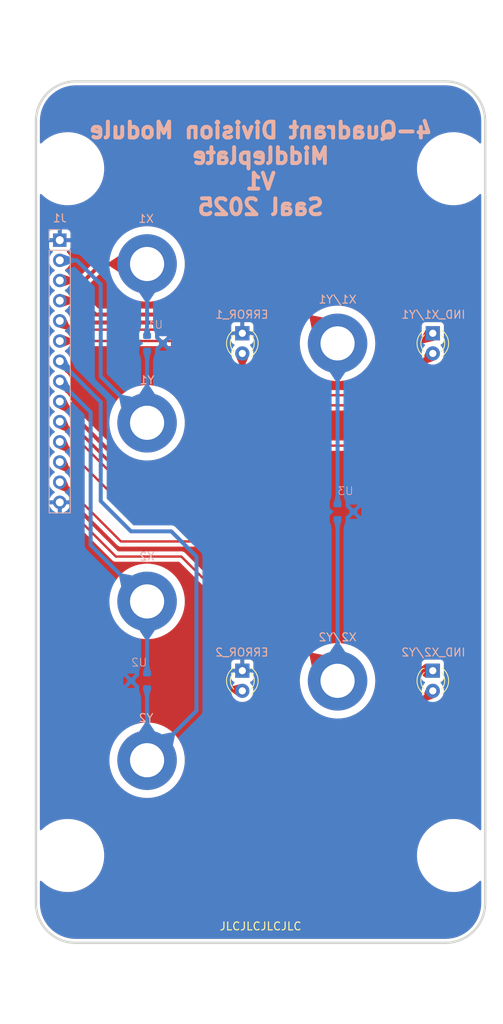
<source format=kicad_pcb>
(kicad_pcb (version 20240108) (generator "pcbnew") (generator_version "8.0")
  (layers (0 "F.Cu" signal) (31 "B.Cu" signal) (34 "B.Paste" user) (35 "F.Paste" user) (36 "B.SilkS" user "B.Silkscreen") (37 "F.SilkS" user "F.Silkscreen") (38 "B.Mask" user) (39 "F.Mask" user) (44 "Edge.Cuts" user))
  (net 0 "")
  (net 1 "X1{slash}Y1_LED_2")
  (net 2 "X1{slash}Y1_LED_1")
  (net 3 "GND")
  (net 4 "ERROR_1")
  (net 5 "X2{slash}Y2_LED_2")
  (net 6 "X2{slash}Y2_LED_1")
  (net 7 "ERROR_2")
  (net 8 "X1")
  (net 9 "Y1")
  (net 10 "X1{slash}Y1_OUT")
  (net 11 "X2")
  (net 12 "Y2")
  (net 13 "X2{slash}Y2_OUT")
  (footprint "MountingHole:MountingHole_4.3mm_M4_DIN965_Pad" (layer "F.Cu") (at 66.8 103.8)
    (property "Reference" "H3" (hide yes))
    (property "Value" "Y1" (at 0 -5.375 0) (layer "B.SilkS") (effects (justify mirror)))
    (pad "1" thru_hole circle (at 0 0) (size 7.5 7.5) (drill 4.3) (layers "*.Cu" "*.Mask") (net 9 "Y1"))
  )
  (footprint "MountingHole:MountingHole_4.3mm_M4_DIN965_Pad" (layer "F.Cu") (at 90.8 93.8)
    (property "Reference" "H4" (hide yes))
    (property "Value" "X1/Y1" (at 0 -5.535 0) (layer "B.SilkS") (effects (justify mirror)))
    (pad "1" thru_hole circle (at 0 0) (size 7.5 7.5) (drill 4.3) (layers "*.Cu" "*.Mask") (net 10 "X1{slash}Y1_OUT"))
  )
  (footprint "LED_THT:LED_D3.0mm_FlatTop" (layer "F.Cu") (at 78.8 92.525 -90)
    (property "Reference" "D2" (hide yes))
    (property "Value" "ERROR_1" (at -2.355 0.06 180) (layer "B.SilkS") (effects (justify mirror)))
    (fp_line (start -0.29 1.08) (end -0.29 1.236) (stroke (width 0.12)) (layer "F.SilkS"))
    (fp_line (start -0.29 -1.236) (end -0.29 -1.08) (stroke (width 0.12)) (layer "F.SilkS"))
    (fp_arc (start 2.31113 1.079837) (mid 1.270117 1.5) (end 0.229039 1.08) (stroke (width 0.12)) (layer "F.SilkS"))
    (fp_arc (start 2.942335 1.078608) (mid 1.366487 1.987659) (end -0.29 1.235516) (stroke (width 0.12)) (layer "F.SilkS"))
    (fp_arc (start 0.229039 -1.08) (mid 1.270117 -1.5) (end 2.31113 -1.079837) (stroke (width 0.12)) (layer "F.SilkS"))
    (fp_arc (start -0.29 -1.235516) (mid 1.366487 -1.987659) (end 2.942335 -1.078608) (stroke (width 0.12)) (layer "F.SilkS"))
    (pad "1" thru_hole rect (at 0 0 270) (size 1.8 1.8) (drill 0.9) (layers "*.Cu" "*.Mask") (net 3 "GND"))
    (pad "2" thru_hole circle (at 2.54 0 270) (size 1.8 1.8) (drill 0.9) (layers "*.Cu" "*.Mask") (net 4 "ERROR_1"))
  )
  (footprint "MountingHole:MountingHole_4.3mm_M4_DIN965_Pad" (layer "F.Cu") (at 90.8 136.3)
    (property "Reference" "H9" (hide yes))
    (property "Value" "X2/Y2" (at 0 -5.49 0) (layer "B.SilkS") (effects (justify mirror)))
    (pad "1" thru_hole circle (at 0 0) (size 7.5 7.5) (drill 4.3) (layers "*.Cu" "*.Mask") (net 13 "X2{slash}Y2_OUT"))
  )
  (footprint "MountingHole:MountingHole_3.2mm_M3_DIN965" (layer "F.Cu") (at 105.4 158.3)
    (property "Reference" "H10" (hide yes))
    (property "Value" "Circuit Mount")
    (pad "" np_thru_hole circle (at 0 0) (size 3.2 3.2) (drill 3.2) (layers "*.Cu" "*.Mask"))
  )
  (footprint "MountingHole:MountingHole_4.3mm_M4_DIN965_Pad" (layer "F.Cu") (at 66.8 146.3)
    (property "Reference" "H8" (hide yes))
    (property "Value" "Y2" (at -0.125 -5.33 0) (layer "B.SilkS") (effects (justify mirror)))
    (pad "1" thru_hole circle (at 0 0) (size 7.5 7.5) (drill 4.3) (layers "*.Cu" "*.Mask") (net 12 "Y2"))
  )
  (footprint "MountingHole:MountingHole_3.2mm_M3_DIN965" (layer "F.Cu") (at 56.8 71.8)
    (property "Reference" "H1" (hide yes))
    (property "Value" "Circuit Mount")
    (pad "" np_thru_hole circle (at 0 0) (size 3.2 3.2) (drill 3.2) (layers "*.Cu" "*.Mask"))
  )
  (footprint "LED_THT:LED_D3.0mm_FlatTop" (layer "F.Cu") (at 102.8 135.025 -90)
    (property "Reference" "D3" (hide yes))
    (property "Value" "IND_X2/Y2" (at -2.31 -0.07 180) (layer "B.SilkS") (effects (justify mirror)))
    (fp_line (start -0.29 1.08) (end -0.29 1.236) (stroke (width 0.12)) (layer "F.SilkS"))
    (fp_line (start -0.29 -1.236) (end -0.29 -1.08) (stroke (width 0.12)) (layer "F.SilkS"))
    (fp_arc (start 2.31113 1.079837) (mid 1.270117 1.5) (end 0.229039 1.08) (stroke (width 0.12)) (layer "F.SilkS"))
    (fp_arc (start 2.942335 1.078608) (mid 1.366487 1.987659) (end -0.29 1.235516) (stroke (width 0.12)) (layer "F.SilkS"))
    (fp_arc (start 0.229039 -1.08) (mid 1.270117 -1.5) (end 2.31113 -1.079837) (stroke (width 0.12)) (layer "F.SilkS"))
    (fp_arc (start -0.29 -1.235516) (mid 1.366487 -1.987659) (end 2.942335 -1.078608) (stroke (width 0.12)) (layer "F.SilkS"))
    (pad "1" thru_hole rect (at 0 0 270) (size 1.8 1.8) (drill 0.9) (layers "*.Cu" "*.Mask") (net 6 "X2{slash}Y2_LED_1"))
    (pad "2" thru_hole circle (at 2.54 0 270) (size 1.8 1.8) (drill 0.9) (layers "*.Cu" "*.Mask") (net 5 "X2{slash}Y2_LED_2"))
  )
  (footprint "LED_THT:LED_D3.0mm_FlatTop" (layer "F.Cu") (at 78.8 135.025 -90)
    (property "Reference" "D4" (hide yes))
    (property "Value" "ERROR_2" (at -2.31 0.06 180) (layer "B.SilkS") (effects (justify mirror)))
    (fp_line (start -0.29 1.08) (end -0.29 1.236) (stroke (width 0.12)) (layer "F.SilkS"))
    (fp_line (start -0.29 -1.236) (end -0.29 -1.08) (stroke (width 0.12)) (layer "F.SilkS"))
    (fp_arc (start 2.31113 1.079837) (mid 1.270117 1.5) (end 0.229039 1.08) (stroke (width 0.12)) (layer "F.SilkS"))
    (fp_arc (start 2.942335 1.078608) (mid 1.366487 1.987659) (end -0.29 1.235516) (stroke (width 0.12)) (layer "F.SilkS"))
    (fp_arc (start 0.229039 -1.08) (mid 1.270117 -1.5) (end 2.31113 -1.079837) (stroke (width 0.12)) (layer "F.SilkS"))
    (fp_arc (start -0.29 -1.235516) (mid 1.366487 -1.987659) (end 2.942335 -1.078608) (stroke (width 0.12)) (layer "F.SilkS"))
    (pad "1" thru_hole rect (at 0 0 270) (size 1.8 1.8) (drill 0.9) (layers "*.Cu" "*.Mask") (net 3 "GND"))
    (pad "2" thru_hole circle (at 2.54 0 270) (size 1.8 1.8) (drill 0.9) (layers "*.Cu" "*.Mask") (net 7 "ERROR_2"))
  )
  (footprint "MountingHole:MountingHole_3.2mm_M3_DIN965" (layer "F.Cu") (at 105.4 71.8)
    (property "Reference" "H5" (hide yes))
    (property "Value" "Circuit Mount")
    (pad "" np_thru_hole circle (at 0 0) (size 3.2 3.2) (drill 3.2) (layers "*.Cu" "*.Mask"))
  )
  (footprint "LED_THT:LED_D3.0mm_FlatTop" (layer "F.Cu") (at 102.8 92.525 -90)
    (property "Reference" "D1" (hide yes))
    (property "Value" "IND_X1/Y1" (at -2.355 -0.07 180) (layer "B.SilkS") (effects (justify mirror)))
    (fp_line (start -0.29 1.08) (end -0.29 1.236) (stroke (width 0.12)) (layer "F.SilkS"))
    (fp_line (start -0.29 -1.236) (end -0.29 -1.08) (stroke (width 0.12)) (layer "F.SilkS"))
    (fp_arc (start 2.31113 1.079837) (mid 1.270117 1.5) (end 0.229039 1.08) (stroke (width 0.12)) (layer "F.SilkS"))
    (fp_arc (start 2.942335 1.078608) (mid 1.366487 1.987659) (end -0.29 1.235516) (stroke (width 0.12)) (layer "F.SilkS"))
    (fp_arc (start 0.229039 -1.08) (mid 1.270117 -1.5) (end 2.31113 -1.079837) (stroke (width 0.12)) (layer "F.SilkS"))
    (fp_arc (start -0.29 -1.235516) (mid 1.366487 -1.987659) (end 2.942335 -1.078608) (stroke (width 0.12)) (layer "F.SilkS"))
    (pad "1" thru_hole rect (at 0 0 270) (size 1.8 1.8) (drill 0.9) (layers "*.Cu" "*.Mask") (net 2 "X1{slash}Y1_LED_1"))
    (pad "2" thru_hole circle (at 2.54 0 270) (size 1.8 1.8) (drill 0.9) (layers "*.Cu" "*.Mask") (net 1 "X1{slash}Y1_LED_2"))
  )
  (footprint "MountingHole:MountingHole_3.2mm_M3_DIN965" (layer "F.Cu") (at 56.8 158.3)
    (property "Reference" "H6" (hide yes))
    (property "Value" "Circuit Mount")
    (pad "" np_thru_hole circle (at 0 0) (size 3.2 3.2) (drill 3.2) (layers "*.Cu" "*.Mask"))
  )
  (footprint "MountingHole:MountingHole_4.3mm_M4_DIN965_Pad" (layer "F.Cu") (at 66.8 126.3)
    (property "Reference" "H7" (hide yes))
    (property "Value" "X2" (at 0 -5.65 0) (layer "B.SilkS") (effects (justify mirror)))
    (pad "1" thru_hole circle (at 0 0) (size 7.5 7.5) (drill 4.3) (layers "*.Cu" "*.Mask") (net 11 "X2"))
  )
  (footprint "MountingHole:MountingHole_4.3mm_M4_DIN965_Pad" (layer "B.Cu") (at 66.8 83.8 180)
    (property "Reference" "H2" (hide yes))
    (property "Value" "X1" (at 0.125 5.695 0) (layer "B.SilkS") (effects (justify mirror)))
    (pad "1" thru_hole circle (at 0 0 180) (size 7.5 7.5) (drill 4.3) (layers "*.Cu" "*.Mask") (net 8 "X1"))
  )
  (footprint "analog_computing:VCAN16A2-03S-E3-08" (layer "B.Cu") (at 91.8 115)
    (property "Reference" "U3" (at 0 -2.605 0) (layer "B.SilkS") (effects (font (thickness 0.1)) (justify mirror)))
    (property "Value" "~" (hide yes))
    (pad "1" smd roundrect (at -1 0.95) (size 1 0.8) (layers "B.Cu" "B.Paste" "B.Mask") (net 13 "X2{slash}Y2_OUT"))
    (pad "2" smd roundrect (at -1 -0.95) (size 1 0.8) (layers "B.Cu" "B.Paste" "B.Mask") (net 10 "X1{slash}Y1_OUT"))
    (pad "3" smd roundrect (at 1 0) (size 1 0.8) (layers "B.Cu" "B.Paste" "B.Mask") (net 3 "GND"))
  )
  (footprint "analog_computing:VCAN16A2-03S-E3-08" (layer "B.Cu") (at 67.8 93.8)
    (property "Reference" "U1" (at 0 -2.36 0) (layer "B.SilkS") (effects (font (thickness 0.1)) (justify mirror)))
    (property "Value" "~" (hide yes))
    (pad "1" smd roundrect (at -1 0.95) (size 1 0.8) (layers "B.Cu" "B.Paste" "B.Mask") (net 9 "Y1"))
    (pad "2" smd roundrect (at -1 -0.95) (size 1 0.8) (layers "B.Cu" "B.Paste" "B.Mask") (net 8 "X1"))
    (pad "3" smd roundrect (at 1 0) (size 1 0.8) (layers "B.Cu" "B.Paste" "B.Mask") (net 3 "GND"))
  )
  (footprint "Connector_PinSocket_2.54mm:PinSocket_1x14_P2.54mm_Vertical" (layer "B.Cu") (at 55.8 80.8 180)
    (property "Reference" "J1" (at 0 2.77 0) (layer "B.SilkS") (effects (justify mirror)))
    (property "Value" "Conn_01x14_Socket")
    (fp_line (start 1.33 1.33) (end 0 1.33) (stroke (width 0.12)) (layer "B.SilkS"))
    (fp_line (start 1.33 0) (end 1.33 1.33) (stroke (width 0.12)) (layer "B.SilkS"))
    (fp_line (start 1.33 -1.27) (end -1.33 -1.27) (stroke (width 0.12)) (layer "B.SilkS"))
    (fp_line (start 1.33 -34.35) (end 1.33 -1.27) (stroke (width 0.12)) (layer "B.SilkS"))
    (fp_line (start 1.33 -34.35) (end -1.33 -34.35) (stroke (width 0.12)) (layer "B.SilkS"))
    (fp_line (start -1.33 -34.35) (end -1.33 -1.27) (stroke (width 0.12)) (layer "B.SilkS"))
    (pad "1" thru_hole rect (at 0 0 180) (size 1.7 1.7) (drill 1) (layers "*.Cu" "*.Mask") (net 3 "GND"))
    (pad "2" thru_hole oval (at 0 -2.54 180) (size 1.7 1.7) (drill 1) (layers "*.Cu" "*.Mask") (net 9 "Y1"))
    (pad "3" thru_hole oval (at 0 -5.08 180) (size 1.7 1.7) (drill 1) (layers "*.Cu" "*.Mask") (net 8 "X1"))
    (pad "4" thru_hole oval (at 0 -7.62 180) (size 1.7 1.7) (drill 1) (layers "*.Cu" "*.Mask") (net 10 "X1{slash}Y1_OUT"))
    (pad "5" thru_hole oval (at 0 -10.16 180) (size 1.7 1.7) (drill 1) (layers "*.Cu" "*.Mask") (net 2 "X1{slash}Y1_LED_1"))
    (pad "6" thru_hole oval (at 0 -12.7 180) (size 1.7 1.7) (drill 1) (layers "*.Cu" "*.Mask") (net 1 "X1{slash}Y1_LED_2"))
    (pad "7" thru_hole oval (at 0 -15.24 180) (size 1.7 1.7) (drill 1) (layers "*.Cu" "*.Mask") (net 12 "Y2"))
    (pad "8" thru_hole oval (at 0 -17.78 180) (size 1.7 1.7) (drill 1) (layers "*.Cu" "*.Mask") (net 11 "X2"))
    (pad "9" thru_hole oval (at 0 -20.32 180) (size 1.7 1.7) (drill 1) (layers "*.Cu" "*.Mask") (net 13 "X2{slash}Y2_OUT"))
    (pad "10" thru_hole oval (at 0 -22.86 180) (size 1.7 1.7) (drill 1) (layers "*.Cu" "*.Mask") (net 6 "X2{slash}Y2_LED_1"))
    (pad "11" thru_hole oval (at 0 -25.4 180) (size 1.7 1.7) (drill 1) (layers "*.Cu" "*.Mask") (net 5 "X2{slash}Y2_LED_2"))
    (pad "12" thru_hole oval (at 0 -27.94 180) (size 1.7 1.7) (drill 1) (layers "*.Cu" "*.Mask") (net 4 "ERROR_1"))
    (pad "13" thru_hole oval (at 0 -30.48 180) (size 1.7 1.7) (drill 1) (layers "*.Cu" "*.Mask") (net 7 "ERROR_2"))
    (pad "14" thru_hole oval (at 0 -33.02 180) (size 1.7 1.7) (drill 1) (layers "*.Cu" "*.Mask") (net 3 "GND"))
  )
  (footprint "analog_computing:VCAN16A2-03S-E3-08" (layer "B.Cu") (at 65.8 136.3 180)
    (property "Reference" "U2" (at 0 2.315 0) (layer "B.SilkS") (effects (font (thickness 0.1)) (justify mirror)))
    (property "Value" "~" (hide yes))
    (pad "1" smd roundrect (at -1 0.95 180) (size 1 0.8) (layers "B.Cu" "B.Paste" "B.Mask") (net 11 "X2"))
    (pad "2" smd roundrect (at -1 -0.95 180) (size 1 0.8) (layers "B.Cu" "B.Paste" "B.Mask") (net 12 "Y2"))
    (pad "3" smd roundrect (at 1 0 180) (size 1 0.8) (layers "B.Cu" "B.Paste" "B.Mask") (net 3 "GND"))
  )
  (gr_line (start 104.4 169.3) (end 57.8 169.3) (stroke (width 0.3)) (layer "Edge.Cuts"))
  (gr_arc (start 104.4 60.8) (mid 107.935534 62.264466) (end 109.4 65.8) (stroke (width 0.3)) (layer "Edge.Cuts"))
  (gr_line (start 52.8 164.3) (end 52.8 65.8) (stroke (width 0.3)) (layer "Edge.Cuts"))
  (gr_arc (start 52.8 65.8) (mid 54.264466 62.264466) (end 57.8 60.8) (stroke (width 0.3)) (layer "Edge.Cuts"))
  (gr_line (start 109.4 65.8) (end 109.4 164.3) (stroke (width 0.3)) (layer "Edge.Cuts"))
  (gr_arc (start 57.8 169.3) (mid 54.264466 167.835534) (end 52.8 164.3) (stroke (width 0.3)) (layer "Edge.Cuts"))
  (gr_line (start 57.8 60.8) (end 104.4 60.8) (stroke (width 0.3)) (layer "Edge.Cuts"))
  (gr_arc (start 109.4 164.3) (mid 107.935534 167.835534) (end 104.4 169.3) (stroke (width 0.3)) (layer "Edge.Cuts"))
  (gr_text "4-Quadrant Division Module\nMiddleplate\nV1\nSaal 2025" (at 81.1 65.8 0) (layer "B.SilkS") (effects (font (size 2 2) (thickness 0.5) (bold yes)) (justify top mirror)))
  (gr_text "JLCJLCJLCJLC" (at 81.1 167.8 0) (layer "F.SilkS") (effects (font (size 1 1)) (justify bottom)))
  (segment (start 83.82 92.71) (end 81.28 90.17) (width 0.3) (layer "F.Cu") (net 1))
  (segment (start 86.36 101.6) (end 83.82 99.06) (width 0.3) (layer "F.Cu") (net 1))
  (segment (start 74.14 93.5) (end 55.8 93.5) (width 0.3) (layer "F.Cu") (net 1))
  (segment (start 81.28 90.17) (end 77.47 90.17) (width 0.3) (layer "F.Cu") (net 1))
  (segment (start 102.8 95.065) (end 96.265 101.6) (width 0.3) (layer "F.Cu") (net 1))
  (segment (start 77.47 90.17) (end 74.14 93.5) (width 0.3) (layer "F.Cu") (net 1))
  (segment (start 96.265 101.6) (end 86.36 101.6) (width 0.3) (layer "F.Cu") (net 1))
  (segment (start 83.82 99.06) (end 83.82 92.71) (width 0.3) (layer "F.Cu") (net 1))
  (segment (start 55.8 90.96) (end 56.915 92.075) (width 0.3) (layer "F.Cu") (net 2))
  (segment (start 86.995 100.33) (end 94.615 100.33) (width 0.3) (layer "F.Cu") (net 2))
  (segment (start 85.09 91.44) (end 85.09 98.425) (width 0.3) (layer "F.Cu") (net 2))
  (segment (start 102.42 92.525) (end 102.8 92.525) (width 0.3) (layer "F.Cu") (net 2))
  (segment (start 85.09 98.425) (end 86.995 100.33) (width 0.3) (layer "F.Cu") (net 2))
  (segment (start 94.615 100.33) (end 102.42 92.525) (width 0.3) (layer "F.Cu") (net 2))
  (segment (start 73.66 92.075) (end 76.835 88.9) (width 0.3) (layer "F.Cu") (net 2))
  (segment (start 82.55 88.9) (end 85.09 91.44) (width 0.3) (layer "F.Cu") (net 2))
  (segment (start 76.835 88.9) (end 82.55 88.9) (width 0.3) (layer "F.Cu") (net 2))
  (segment (start 56.915 92.075) (end 73.66 92.075) (width 0.3) (layer "F.Cu") (net 2))
  (segment (start 86.995 147.32) (end 99.06 147.32) (width 0.3) (layer "F.Cu") (net 4))
  (segment (start 81.28 141.605) (end 86.995 147.32) (width 0.3) (layer "F.Cu") (net 4))
  (segment (start 58.42 111.36) (end 58.42 113.665) (width 0.3) (layer "F.Cu") (net 4))
  (segment (start 55.8 108.74) (end 58.42 111.36) (width 0.3) (layer "F.Cu") (net 4))
  (segment (start 99.06 147.32) (end 106.045 140.335) (width 0.3) (layer "F.Cu") (net 4))
  (segment (start 78.74 131.445) (end 81.28 133.985) (width 0.3) (layer "F.Cu") (net 4))
  (segment (start 81.28 133.985) (end 81.28 141.605) (width 0.3) (layer "F.Cu") (net 4))
  (segment (start 78.8 100.39) (end 78.8 95.065) (width 0.3) (layer "F.Cu") (net 4))
  (segment (start 106.045 140.335) (end 106.045 109.855) (width 0.3) (layer "F.Cu") (net 4))
  (segment (start 78.74 123.825) (end 78.74 131.445) (width 0.3) (layer "F.Cu") (net 4))
  (segment (start 102.87 106.68) (end 85.09 106.68) (width 0.3) (layer "F.Cu") (net 4))
  (segment (start 106.045 109.855) (end 102.87 106.68) (width 0.3) (layer "F.Cu") (net 4))
  (segment (start 73.66 118.745) (end 78.74 123.825) (width 0.3) (layer "F.Cu") (net 4))
  (segment (start 58.42 113.665) (end 63.5 118.745) (width 0.3) (layer "F.Cu") (net 4))
  (segment (start 85.09 106.68) (end 78.8 100.39) (width 0.3) (layer "F.Cu") (net 4))
  (segment (start 63.5 118.745) (end 73.66 118.745) (width 0.3) (layer "F.Cu") (net 4))
  (segment (start 55.8 106.2) (end 64.97 115.37) (width 0.3) (layer "F.Cu") (net 5))
  (segment (start 86.995 144.78) (end 95.585 144.78) (width 0.3) (layer "F.Cu") (net 5))
  (segment (start 95.585 144.78) (end 102.8 137.565) (width 0.3) (layer "F.Cu") (net 5))
  (segment (start 80.645 123.19) (end 80.645 131.045) (width 0.3) (layer "F.Cu") (net 5))
  (segment (start 64.97 115.37) (end 72.825 115.37) (width 0.3) (layer "F.Cu") (net 5))
  (segment (start 72.825 115.37) (end 80.645 123.19) (width 0.3) (layer "F.Cu") (net 5))
  (segment (start 82.55 132.95) (end 82.55 140.335) (width 0.3) (layer "F.Cu") (net 5))
  (segment (start 80.645 131.045) (end 82.55 132.95) (width 0.3) (layer "F.Cu") (net 5))
  (segment (start 82.55 140.335) (end 86.995 144.78) (width 0.3) (layer "F.Cu") (net 5))
  (segment (start 84.455 140.335) (end 86.995 142.875) (width 0.3) (layer "F.Cu") (net 6))
  (segment (start 84.455 132.315) (end 84.455 140.335) (width 0.3) (layer "F.Cu") (net 6))
  (segment (start 97.155 137.16) (end 99.29 135.025) (width 0.3) (layer "F.Cu") (net 6))
  (segment (start 86.995 142.875) (end 93.98 142.875) (width 0.3) (layer "F.Cu") (net 6))
  (segment (start 65.17 113.03) (end 73.025 113.03) (width 0.3) (layer "F.Cu") (net 6))
  (segment (start 55.8 103.66) (end 65.17 113.03) (width 0.3) (layer "F.Cu") (net 6))
  (segment (start 99.29 135.025) (end 102.8 135.025) (width 0.3) (layer "F.Cu") (net 6))
  (segment (start 82.55 122.555) (end 82.55 130.41) (width 0.3) (layer "F.Cu") (net 6))
  (segment (start 82.55 130.41) (end 84.455 132.315) (width 0.3) (layer "F.Cu") (net 6))
  (segment (start 73.025 113.03) (end 82.55 122.555) (width 0.3) (layer "F.Cu") (net 6))
  (segment (start 93.98 142.875) (end 97.155 139.7) (width 0.3) (layer "F.Cu") (net 6))
  (segment (start 97.155 139.7) (end 97.155 137.16) (width 0.3) (layer "F.Cu") (net 6))
  (segment (start 76.2 125.73) (end 76.2 136.295) (width 0.3) (layer "F.Cu") (net 7))
  (segment (start 55.8 111.28) (end 57.15 112.63) (width 0.3) (layer "F.Cu") (net 7))
  (segment (start 71.12 120.65) (end 76.2 125.73) (width 0.3) (layer "F.Cu") (net 7))
  (segment (start 62.865 120.65) (end 71.12 120.65) (width 0.3) (layer "F.Cu") (net 7))
  (segment (start 77.47 137.565) (end 78.8 137.565) (width 0.3) (layer "F.Cu") (net 7))
  (segment (start 76.2 136.295) (end 77.47 137.565) (width 0.3) (layer "F.Cu") (net 7))
  (segment (start 57.15 114.935) (end 62.865 120.65) (width 0.3) (layer "F.Cu") (net 7))
  (segment (start 57.15 112.63) (end 57.15 114.935) (width 0.3) (layer "F.Cu") (net 7))
  (segment (start 60.98 83.8) (end 66.8 83.8) (width 0.5) (layer "F.Cu") (net 8))
  (segment (start 55.8 85.88) (end 58.9 85.88) (width 0.5) (layer "F.Cu") (net 8))
  (segment (start 58.9 85.88) (end 60.98 83.8) (width 0.5) (layer "F.Cu") (net 8))
  (segment (start 66.8 92.85) (end 66.8 83.8) (width 0.5) (layer "B.Cu") (net 8))
  (segment (start 66.8 94.75) (end 66.8 103.8) (width 0.5) (layer "B.Cu") (net 9))
  (segment (start 60.96 86.36) (end 60.96 97.96) (width 0.5) (layer "B.Cu") (net 9))
  (segment (start 60.96 97.96) (end 66.8 103.8) (width 0.5) (layer "B.Cu") (net 9))
  (segment (start 55.8 83.34) (end 57.94 83.34) (width 0.5) (layer "B.Cu") (net 9))
  (segment (start 57.94 83.34) (end 60.96 86.36) (width 0.5) (layer "B.Cu") (net 9))
  (segment (start 58.575 88.42) (end 55.8 88.42) (width 0.5) (layer "F.Cu") (net 10))
  (segment (start 76.835 86.36) (end 73.025 90.17) (width 0.5) (layer "F.Cu") (net 10))
  (segment (start 60.325 90.17) (end 58.575 88.42) (width 0.5) (layer "F.Cu") (net 10))
  (segment (start 73.025 90.17) (end 60.325 90.17) (width 0.5) (layer "F.Cu") (net 10))
  (segment (start 83.36 86.36) (end 76.835 86.36) (width 0.5) (layer "F.Cu") (net 10))
  (segment (start 90.8 93.8) (end 83.36 86.36) (width 0.5) (layer "F.Cu") (net 10))
  (segment (start 90.8 114.05) (end 90.8 93.8) (width 0.5) (layer "B.Cu") (net 10))
  (segment (start 55.8 98.58) (end 59.69 102.47) (width 0.5) (layer "B.Cu") (net 11))
  (segment (start 59.69 119.19) (end 66.8 126.3) (width 0.5) (layer "B.Cu") (net 11))
  (segment (start 59.69 102.47) (end 59.69 119.19) (width 0.5) (layer "B.Cu") (net 11))
  (segment (start 66.8 135.35) (end 66.8 126.3) (width 0.5) (layer "B.Cu") (net 11))
  (segment (start 60.96 113.665) (end 64.77 117.475) (width 0.5) (layer "B.Cu") (net 12))
  (segment (start 66.8 146.3) (end 66.8 137.25) (width 0.5) (layer "B.Cu") (net 12))
  (segment (start 69.85 117.475) (end 73.025 120.65) (width 0.5) (layer "B.Cu") (net 12))
  (segment (start 73.025 140.075) (end 66.8 146.3) (width 0.5) (layer "B.Cu") (net 12))
  (segment (start 55.8 96.04) (end 60.96 101.2) (width 0.5) (layer "B.Cu") (net 12))
  (segment (start 73.025 120.65) (end 73.025 140.075) (width 0.5) (layer "B.Cu") (net 12))
  (segment (start 64.77 117.475) (end 69.85 117.475) (width 0.5) (layer "B.Cu") (net 12))
  (segment (start 60.96 101.2) (end 60.96 113.665) (width 0.5) (layer "B.Cu") (net 12))
  (segment (start 65.605 110.925) (end 73.46 110.925) (width 0.5) (layer "F.Cu") (net 13))
  (segment (start 55.8 101.12) (end 65.605 110.925) (width 0.5) (layer "F.Cu") (net 13))
  (segment (start 73.46 110.925) (end 84.455 121.92) (width 0.5) (layer "F.Cu") (net 13))
  (segment (start 84.455 129.955) (end 90.8 136.3) (width 0.5) (layer "F.Cu") (net 13))
  (segment (start 84.455 121.92) (end 84.455 129.955) (width 0.5) (layer "F.Cu") (net 13))
  (segment (start 90.8 115.95) (end 90.8 136.3) (width 0.5) (layer "B.Cu") (net 13))
  (zone (net 3) (net_name "GND") (layers "F&B.Cu") (connect_pads (clearance 0.5)) (min_thickness 0.25) (fill yes (thermal_gap 0.5) (thermal_bridge_width 0.5))
    (polygon (pts (xy 50.8 50.8) (xy 111.4 50.8) (xy 111.4 179.3) (xy 50.8 179.3)))
  )
)
</source>
